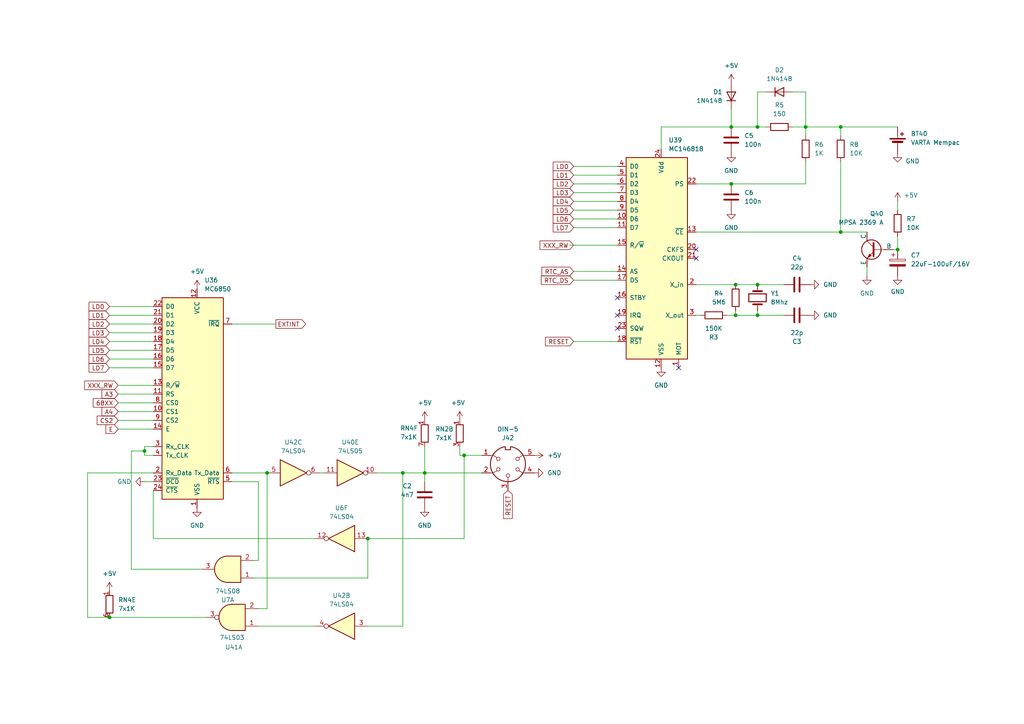
<source format=kicad_sch>
(kicad_sch (version 20250114) (generator "eeschema") (generator_version "9.0")
  (paper "A4")
  (title_block (title "CST Thor  - Clone/Upgrade for Sinclair QL") (date "2025-03-15") (rev "0,1") (company "(C) 2025 Alvaro Alea Fdz") (comment 1 "https://ohwr.org/cern_ohl_s_v2.txt") (comment 2 "CERN Open Hardware Licence Version 2 - Strongly Reciprocal") (comment 3 "Under License") (comment 4 "Keyboard and RTC Interfaces"))
  (lib_symbols
    (symbol "74xx:74LS03" (pin_names (offset 1.016))
      (property "Reference" "U" (at 0 1.27 0))
      (property "Value" "74LS03" (at 0 -1.27 0))
      (symbol "74LS03_1_1"
        (arc (start 0 3.81) (mid 3.7934 0) (end 0 -3.81) (stroke (width 0.254)) (fill (type background)))
        (polyline (pts (xy 0 3.81) (xy -3.81 3.81) (xy -3.81 -3.81) (xy 0 -3.81)) (stroke (width 0.254)) (fill (type background)))
        (pin input line (at -7.62 2.54 0) (length 3.81) (name "~") (number "1"))
        (pin input line (at -7.62 -2.54 0) (length 3.81) (name "~") (number "2"))
        (pin open_collector inverted (at 7.62 0 180) (length 3.81) (name "~") (number "3"))
      )
      (symbol "74LS03_1_2"
        (arc (start -3.81 3.81) (mid -2.589 0) (end -3.81 -3.81) (stroke (width 0.254)))
        (polyline (pts (xy -3.81 3.81) (xy -0.635 3.81)) (stroke (width 0.254)) (fill (type background)))
        (polyline (pts (xy -3.81 -3.81) (xy -0.635 -3.81)) (stroke (width 0.254)) (fill (type background)))
        (arc (start 3.81 0) (mid 2.1855 -2.584) (end -0.6096 -3.81) (stroke (width 0.254)) (fill (type background)))
        (arc (start -0.6096 3.81) (mid 2.1928 2.5924) (end 3.81 0) (stroke (width 0.254)) (fill (type background)))
        (polyline (pts (xy -0.635 3.81) (xy -3.81 3.81) (xy -3.81 3.81) (xy -3.556 3.4036) (xy -3.0226 2.2606) (xy -2.6924 1.0414) (xy -2.6162 -0.254) (xy -2.7686 -1.4986) (xy -3.175 -2.7178) (xy -3.81 -3.81) (xy -3.81 -3.81) (xy -0.635 -3.81)) (stroke (width -25.4)) (fill (type background)))
        (pin input inverted (at -7.62 2.54 0) (length 4.318) (name "~") (number "1"))
        (pin input inverted (at -7.62 -2.54 0) (length 4.318) (name "~") (number "2"))
        (pin open_collector line (at 7.62 0 180) (length 3.81) (name "~") (number "3"))
      )
      (symbol "74LS03_2_1"
        (arc (start 0 3.81) (mid 3.7934 0) (end 0 -3.81) (stroke (width 0.254)) (fill (type background)))
        (polyline (pts (xy 0 3.81) (xy -3.81 3.81) (xy -3.81 -3.81) (xy 0 -3.81)) (stroke (width 0.254)) (fill (type background)))
        (pin input line (at -7.62 2.54 0) (length 3.81) (name "~") (number "4"))
        (pin input line (at -7.62 -2.54 0) (length 3.81) (name "~") (number "5"))
        (pin open_collector inverted (at 7.62 0 180) (length 3.81) (name "~") (number "6"))
      )
      (symbol "74LS03_2_2"
        (arc (start -3.81 3.81) (mid -2.589 0) (end -3.81 -3.81) (stroke (width 0.254)))
        (polyline (pts (xy -3.81 3.81) (xy -0.635 3.81)) (stroke (width 0.254)) (fill (type background)))
        (polyline (pts (xy -3.81 -3.81) (xy -0.635 -3.81)) (stroke (width 0.254)) (fill (type background)))
        (arc (start 3.81 0) (mid 2.1855 -2.584) (end -0.6096 -3.81) (stroke (width 0.254)) (fill (type background)))
        (arc (start -0.6096 3.81) (mid 2.1928 2.5924) (end 3.81 0) (stroke (width 0.254)) (fill (type background)))
        (polyline (pts (xy -0.635 3.81) (xy -3.81 3.81) (xy -3.81 3.81) (xy -3.556 3.4036) (xy -3.0226 2.2606) (xy -2.6924 1.0414) (xy -2.6162 -0.254) (xy -2.7686 -1.4986) (xy -3.175 -2.7178) (xy -3.81 -3.81) (xy -3.81 -3.81) (xy -0.635 -3.81)) (stroke (width -25.4)) (fill (type background)))
        (pin input inverted (at -7.62 2.54 0) (length 4.318) (name "~") (number "4"))
        (pin input inverted (at -7.62 -2.54 0) (length 4.318) (name "~") (number "5"))
        (pin open_collector line (at 7.62 0 180) (length 3.81) (name "~") (number "6"))
      )
      (symbol "74LS03_3_1"
        (arc (start 0 3.81) (mid 3.7934 0) (end 0 -3.81) (stroke (width 0.254)) (fill (type background)))
        (polyline (pts (xy 0 3.81) (xy -3.81 3.81) (xy -3.81 -3.81) (xy 0 -3.81)) (stroke (width 0.254)) (fill (type background)))
        (pin input line (at -7.62 2.54 0) (length 3.81) (name "~") (number "9"))
        (pin input line (at -7.62 -2.54 0) (length 3.81) (name "~") (number "10"))
        (pin open_collector inverted (at 7.62 0 180) (length 3.81) (name "~") (number "8"))
      )
      (symbol "74LS03_3_2"
        (arc (start -3.81 3.81) (mid -2.589 0) (end -3.81 -3.81) (stroke (width 0.254)))
        (polyline (pts (xy -3.81 3.81) (xy -0.635 3.81)) (stroke (width 0.254)) (fill (type background)))
        (polyline (pts (xy -3.81 -3.81) (xy -0.635 -3.81)) (stroke (width 0.254)) (fill (type background)))
        (arc (start 3.81 0) (mid 2.1855 -2.584) (end -0.6096 -3.81) (stroke (width 0.254)) (fill (type background)))
        (arc (start -0.6096 3.81) (mid 2.1928 2.5924) (end 3.81 0) (stroke (width 0.254)) (fill (type background)))
        (polyline (pts (xy -0.635 3.81) (xy -3.81 3.81) (xy -3.81 3.81) (xy -3.556 3.4036) (xy -3.0226 2.2606) (xy -2.6924 1.0414) (xy -2.6162 -0.254) (xy -2.7686 -1.4986) (xy -3.175 -2.7178) (xy -3.81 -3.81) (xy -3.81 -3.81) (xy -0.635 -3.81)) (stroke (width -25.4)) (fill (type background)))
        (pin input inverted (at -7.62 2.54 0) (length 4.318) (name "~") (number "9"))
        (pin input inverted (at -7.62 -2.54 0) (length 4.318) (name "~") (number "10"))
        (pin open_collector line (at 7.62 0 180) (length 3.81) (name "~") (number "8"))
      )
      (symbol "74LS03_4_1"
        (arc (start 0 3.81) (mid 3.7934 0) (end 0 -3.81) (stroke (width 0.254)) (fill (type background)))
        (polyline (pts (xy 0 3.81) (xy -3.81 3.81) (xy -3.81 -3.81) (xy 0 -3.81)) (stroke (width 0.254)) (fill (type background)))
        (pin input line (at -7.62 2.54 0) (length 3.81) (name "~") (number "12"))
        (pin input line (at -7.62 -2.54 0) (length 3.81) (name "~") (number "13"))
        (pin open_collector inverted (at 7.62 0 180) (length 3.81) (name "~") (number "11"))
      )
      (symbol "74LS03_4_2"
        (arc (start -3.81 3.81) (mid -2.589 0) (end -3.81 -3.81) (stroke (width 0.254)))
        (polyline (pts (xy -3.81 3.81) (xy -0.635 3.81)) (stroke (width 0.254)) (fill (type background)))
        (polyline (pts (xy -3.81 -3.81) (xy -0.635 -3.81)) (stroke (width 0.254)) (fill (type background)))
        (arc (start 3.81 0) (mid 2.1855 -2.584) (end -0.6096 -3.81) (stroke (width 0.254)) (fill (type background)))
        (arc (start -0.6096 3.81) (mid 2.1928 2.5924) (end 3.81 0) (stroke (width 0.254)) (fill (type background)))
        (polyline (pts (xy -0.635 3.81) (xy -3.81 3.81) (xy -3.81 3.81) (xy -3.556 3.4036) (xy -3.0226 2.2606) (xy -2.6924 1.0414) (xy -2.6162 -0.254) (xy -2.7686 -1.4986) (xy -3.175 -2.7178) (xy -3.81 -3.81) (xy -3.81 -3.81) (xy -0.635 -3.81)) (stroke (width -25.4)) (fill (type background)))
        (pin input inverted (at -7.62 2.54 0) (length 4.318) (name "~") (number "12"))
        (pin input inverted (at -7.62 -2.54 0) (length 4.318) (name "~") (number "13"))
        (pin open_collector line (at 7.62 0 180) (length 3.81) (name "~") (number "11"))
      )
      (symbol "74LS03_5_0"
        (pin power_in line (at 0 12.7 270) (length 5.08) (name "VCC") (number "14"))
        (pin power_in line (at 0 -12.7 90) (length 5.08) (name "GND") (number "7"))
      )
      (symbol "74LS03_5_1"
        (rectangle (start -5.08 7.62) (end 5.08 -7.62) (stroke (width 0.254)) (fill (type background)))
      )
    )
    (symbol "74xx:74LS04"
      (property "Reference" "U" (at 0 1.27 0))
      (property "Value" "74LS04" (at 0 -1.27 0))
      (symbol "74LS04_1_0"
        (polyline (pts (xy -3.81 3.81) (xy -3.81 -3.81) (xy 3.81 0) (xy -3.81 3.81)) (stroke (width 0.254)) (fill (type background)))
        (pin input line (at -7.62 0 0) (length 3.81) (name "~") (number "1"))
        (pin output inverted (at 7.62 0 180) (length 3.81) (name "~") (number "2"))
      )
      (symbol "74LS04_2_0"
        (polyline (pts (xy -3.81 3.81) (xy -3.81 -3.81) (xy 3.81 0) (xy -3.81 3.81)) (stroke (width 0.254)) (fill (type background)))
        (pin input line (at -7.62 0 0) (length 3.81) (name "~") (number "3"))
        (pin output inverted (at 7.62 0 180) (length 3.81) (name "~") (number "4"))
      )
      (symbol "74LS04_3_0"
        (polyline (pts (xy -3.81 3.81) (xy -3.81 -3.81) (xy 3.81 0) (xy -3.81 3.81)) (stroke (width 0.254)) (fill (type background)))
        (pin input line (at -7.62 0 0) (length 3.81) (name "~") (number "5"))
        (pin output inverted (at 7.62 0 180) (length 3.81) (name "~") (number "6"))
      )
      (symbol "74LS04_4_0"
        (polyline (pts (xy -3.81 3.81) (xy -3.81 -3.81) (xy 3.81 0) (xy -3.81 3.81)) (stroke (width 0.254)) (fill (type background)))
        (pin input line (at -7.62 0 0) (length 3.81) (name "~") (number "9"))
        (pin output inverted (at 7.62 0 180) (length 3.81) (name "~") (number "8"))
      )
      (symbol "74LS04_5_0"
        (polyline (pts (xy -3.81 3.81) (xy -3.81 -3.81) (xy 3.81 0) (xy -3.81 3.81)) (stroke (width 0.254)) (fill (type background)))
        (pin input line (at -7.62 0 0) (length 3.81) (name "~") (number "11"))
        (pin output inverted (at 7.62 0 180) (length 3.81) (name "~") (number "10"))
      )
      (symbol "74LS04_6_0"
        (polyline (pts (xy -3.81 3.81) (xy -3.81 -3.81) (xy 3.81 0) (xy -3.81 3.81)) (stroke (width 0.254)) (fill (type background)))
        (pin input line (at -7.62 0 0) (length 3.81) (name "~") (number "13"))
        (pin output inverted (at 7.62 0 180) (length 3.81) (name "~") (number "12"))
      )
      (symbol "74LS04_7_0"
        (pin power_in line (at 0 12.7 270) (length 5.08) (name "VCC") (number "14"))
        (pin power_in line (at 0 -12.7 90) (length 5.08) (name "GND") (number "7"))
      )
      (symbol "74LS04_7_1"
        (rectangle (start -5.08 7.62) (end 5.08 -7.62) (stroke (width 0.254)) (fill (type background)))
      )
    )
    (symbol "74xx:74LS05" (pin_names (offset 1.016))
      (property "Reference" "U" (at 0 1.27 0))
      (property "Value" "74LS05" (at 0 -1.27 0))
      (symbol "74LS05_1_0"
        (polyline (pts (xy -3.81 3.81) (xy -3.81 -3.81) (xy 3.81 0) (xy -3.81 3.81)) (stroke (width 0.254)) (fill (type background)))
        (pin input line (at -7.62 0 0) (length 3.81) (name "~") (number "1"))
        (pin open_collector inverted (at 7.62 0 180) (length 3.81) (name "~") (number "2"))
      )
      (symbol "74LS05_2_0"
        (polyline (pts (xy -3.81 3.81) (xy -3.81 -3.81) (xy 3.81 0) (xy -3.81 3.81)) (stroke (width 0.254)) (fill (type background)))
        (pin input line (at -7.62 0 0) (length 3.81) (name "~") (number "3"))
        (pin open_collector inverted (at 7.62 0 180) (length 3.81) (name "~") (number "4"))
      )
      (symbol "74LS05_3_0"
        (polyline (pts (xy -3.81 3.81) (xy -3.81 -3.81) (xy 3.81 0) (xy -3.81 3.81)) (stroke (width 0.254)) (fill (type background)))
        (pin input line (at -7.62 0 0) (length 3.81) (name "~") (number "5"))
        (pin open_collector inverted (at 7.62 0 180) (length 3.81) (name "~") (number "6"))
      )
      (symbol "74LS05_4_0"
        (polyline (pts (xy -3.81 3.81) (xy -3.81 -3.81) (xy 3.81 0) (xy -3.81 3.81)) (stroke (width 0.254)) (fill (type background)))
        (pin input line (at -7.62 0 0) (length 3.81) (name "~") (number "9"))
        (pin open_collector inverted (at 7.62 0 180) (length 3.81) (name "~") (number "8"))
      )
      (symbol "74LS05_5_0"
        (polyline (pts (xy -3.81 3.81) (xy -3.81 -3.81) (xy 3.81 0) (xy -3.81 3.81)) (stroke (width 0.254)) (fill (type background)))
        (pin input line (at -7.62 0 0) (length 3.81) (name "~") (number "11"))
        (pin open_collector inverted (at 7.62 0 180) (length 3.81) (name "~") (number "10"))
      )
      (symbol "74LS05_6_0"
        (polyline (pts (xy -3.81 3.81) (xy -3.81 -3.81) (xy 3.81 0) (xy -3.81 3.81)) (stroke (width 0.254)) (fill (type background)))
        (pin input line (at -7.62 0 0) (length 3.81) (name "~") (number "13"))
        (pin open_collector inverted (at 7.62 0 180) (length 3.81) (name "~") (number "12"))
      )
      (symbol "74LS05_7_0"
        (pin power_in line (at 0 12.7 270) (length 5.08) (name "VCC") (number "14"))
        (pin power_in line (at 0 -12.7 90) (length 5.08) (name "GND") (number "7"))
      )
      (symbol "74LS05_7_1"
        (rectangle (start -5.08 7.62) (end 5.08 -7.62) (stroke (width 0.254)) (fill (type background)))
      )
    )
    (symbol "74xx:74LS08" (pin_names (offset 1.016))
      (property "Reference" "U" (at 0 1.27 0))
      (property "Value" "74LS08" (at 0 -1.27 0))
      (symbol "74LS08_1_1"
        (arc (start 0 3.81) (mid 3.7934 0) (end 0 -3.81) (stroke (width 0.254)) (fill (type background)))
        (polyline (pts (xy 0 3.81) (xy -3.81 3.81) (xy -3.81 -3.81) (xy 0 -3.81)) (stroke (width 0.254)) (fill (type background)))
        (pin input line (at -7.62 2.54 0) (length 3.81) (name "~") (number "1"))
        (pin input line (at -7.62 -2.54 0) (length 3.81) (name "~") (number "2"))
        (pin output line (at 7.62 0 180) (length 3.81) (name "~") (number "3"))
      )
      (symbol "74LS08_1_2"
        (arc (start -3.81 3.81) (mid -2.589 0) (end -3.81 -3.81) (stroke (width 0.254)))
        (polyline (pts (xy -3.81 3.81) (xy -0.635 3.81)) (stroke (width 0.254)) (fill (type background)))
        (polyline (pts (xy -3.81 -3.81) (xy -0.635 -3.81)) (stroke (width 0.254)) (fill (type background)))
        (arc (start 3.81 0) (mid 2.1855 -2.584) (end -0.6096 -3.81) (stroke (width 0.254)) (fill (type background)))
        (arc (start -0.6096 3.81) (mid 2.1928 2.5924) (end 3.81 0) (stroke (width 0.254)) (fill (type background)))
        (polyline (pts (xy -0.635 3.81) (xy -3.81 3.81) (xy -3.81 3.81) (xy -3.556 3.4036) (xy -3.0226 2.2606) (xy -2.6924 1.0414) (xy -2.6162 -0.254) (xy -2.7686 -1.4986) (xy -3.175 -2.7178) (xy -3.81 -3.81) (xy -3.81 -3.81) (xy -0.635 -3.81)) (stroke (width -25.4)) (fill (type background)))
        (pin input inverted (at -7.62 2.54 0) (length 4.318) (name "~") (number "1"))
        (pin input inverted (at -7.62 -2.54 0) (length 4.318) (name "~") (number "2"))
        (pin output inverted (at 7.62 0 180) (length 3.81) (name "~") (number "3"))
      )
      (symbol "74LS08_2_1"
        (arc (start 0 3.81) (mid 3.7934 0) (end 0 -3.81) (stroke (width 0.254)) (fill (type background)))
        (polyline (pts (xy 0 3.81) (xy -3.81 3.81) (xy -3.81 -3.81) (xy 0 -3.81)) (stroke (width 0.254)) (fill (type background)))
        (pin input line (at -7.62 2.54 0) (length 3.81) (name "~") (number "4"))
        (pin input line (at -7.62 -2.54 0) (length 3.81) (name "~") (number "5"))
        (pin output line (at 7.62 0 180) (length 3.81) (name "~") (number "6"))
      )
      (symbol "74LS08_2_2"
        (arc (start -3.81 3.81) (mid -2.589 0) (end -3.81 -3.81) (stroke (width 0.254)))
        (polyline (pts (xy -3.81 3.81) (xy -0.635 3.81)) (stroke (width 0.254)) (fill (type background)))
        (polyline (pts (xy -3.81 -3.81) (xy -0.635 -3.81)) (stroke (width 0.254)) (fill (type background)))
        (arc (start 3.81 0) (mid 2.1855 -2.584) (end -0.6096 -3.81) (stroke (width 0.254)) (fill (type background)))
        (arc (start -0.6096 3.81) (mid 2.1928 2.5924) (end 3.81 0) (stroke (width 0.254)) (fill (type background)))
        (polyline (pts (xy -0.635 3.81) (xy -3.81 3.81) (xy -3.81 3.81) (xy -3.556 3.4036) (xy -3.0226 2.2606) (xy -2.6924 1.0414) (xy -2.6162 -0.254) (xy -2.7686 -1.4986) (xy -3.175 -2.7178) (xy -3.81 -3.81) (xy -3.81 -3.81) (xy -0.635 -3.81)) (stroke (width -25.4)) (fill (type background)))
        (pin input inverted (at -7.62 2.54 0) (length 4.318) (name "~") (number "4"))
        (pin input inverted (at -7.62 -2.54 0) (length 4.318) (name "~") (number "5"))
        (pin output inverted (at 7.62 0 180) (length 3.81) (name "~") (number "6"))
      )
      (symbol "74LS08_3_1"
        (arc (start 0 3.81) (mid 3.7934 0) (end 0 -3.81) (stroke (width 0.254)) (fill (type background)))
        (polyline (pts (xy 0 3.81) (xy -3.81 3.81) (xy -3.81 -3.81) (xy 0 -3.81)) (stroke (width 0.254)) (fill (type background)))
        (pin input line (at -7.62 2.54 0) (length 3.81) (name "~") (number "9"))
        (pin input line (at -7.62 -2.54 0) (length 3.81) (name "~") (number "10"))
        (pin output line (at 7.62 0 180) (length 3.81) (name "~") (number "8"))
      )
      (symbol "74LS08_3_2"
        (arc (start -3.81 3.81) (mid -2.589 0) (end -3.81 -3.81) (stroke (width 0.254)))
        (polyline (pts (xy -3.81 3.81) (xy -0.635 3.81)) (stroke (width 0.254)) (fill (type background)))
        (polyline (pts (xy -3.81 -3.81) (xy -0.635 -3.81)) (stroke (width 0.254)) (fill (type background)))
        (arc (start 3.81 0) (mid 2.1855 -2.584) (end -0.6096 -3.81) (stroke (width 0.254)) (fill (type background)))
        (arc (start -0.6096 3.81) (mid 2.1928 2.5924) (end 3.81 0) (stroke (width 0.254)) (fill (type background)))
        (polyline (pts (xy -0.635 3.81) (xy -3.81 3.81) (xy -3.81 3.81) (xy -3.556 3.4036) (xy -3.0226 2.2606) (xy -2.6924 1.0414) (xy -2.6162 -0.254) (xy -2.7686 -1.4986) (xy -3.175 -2.7178) (xy -3.81 -3.81) (xy -3.81 -3.81) (xy -0.635 -3.81)) (stroke (width -25.4)) (fill (type background)))
        (pin input inverted (at -7.62 2.54 0) (length 4.318) (name "~") (number "9"))
        (pin input inverted (at -7.62 -2.54 0) (length 4.318) (name "~") (number "10"))
        (pin output inverted (at 7.62 0 180) (length 3.81) (name "~") (number "8"))
      )
      (symbol "74LS08_4_1"
        (arc (start 0 3.81) (mid 3.7934 0) (end 0 -3.81) (stroke (width 0.254)) (fill (type background)))
        (polyline (pts (xy 0 3.81) (xy -3.81 3.81) (xy -3.81 -3.81) (xy 0 -3.81)) (stroke (width 0.254)) (fill (type background)))
        (pin input line (at -7.62 2.54 0) (length 3.81) (name "~") (number "12"))
        (pin input line (at -7.62 -2.54 0) (length 3.81) (name "~") (number "13"))
        (pin output line (at 7.62 0 180) (length 3.81) (name "~") (number "11"))
      )
      (symbol "74LS08_4_2"
        (arc (start -3.81 3.81) (mid -2.589 0) (end -3.81 -3.81) (stroke (width 0.254)))
        (polyline (pts (xy -3.81 3.81) (xy -0.635 3.81)) (stroke (width 0.254)) (fill (type background)))
        (polyline (pts (xy -3.81 -3.81) (xy -0.635 -3.81)) (stroke (width 0.254)) (fill (type background)))
        (arc (start 3.81 0) (mid 2.1855 -2.584) (end -0.6096 -3.81) (stroke (width 0.254)) (fill (type background)))
        (arc (start -0.6096 3.81) (mid 2.1928 2.5924) (end 3.81 0) (stroke (width 0.254)) (fill (type background)))
        (polyline (pts (xy -0.635 3.81) (xy -3.81 3.81) (xy -3.81 3.81) (xy -3.556 3.4036) (xy -3.0226 2.2606) (xy -2.6924 1.0414) (xy -2.6162 -0.254) (xy -2.7686 -1.4986) (xy -3.175 -2.7178) (xy -3.81 -3.81) (xy -3.81 -3.81) (xy -0.635 -3.81)) (stroke (width -25.4)) (fill (type background)))
        (pin input inverted (at -7.62 2.54 0) (length 4.318) (name "~") (number "12"))
        (pin input inverted (at -7.62 -2.54 0) (length 4.318) (name "~") (number "13"))
        (pin output inverted (at 7.62 0 180) (length 3.81) (name "~") (number "11"))
      )
      (symbol "74LS08_5_0"
        (pin power_in line (at 0 12.7 270) (length 5.08) (name "VCC") (number "14"))
        (pin power_in line (at 0 -12.7 90) (length 5.08) (name "GND") (number "7"))
      )
      (symbol "74LS08_5_1"
        (rectangle (start -5.08 7.62) (end 5.08 -7.62) (stroke (width 0.254)) (fill (type background)))
      )
    )
    (symbol "8bits:MC146818" (pin_names (offset 1.016))
      (property "Reference" "U39" (at 2.1433 35.56 0))
      (property "Value" "MC146818" (at 2.1433 33.02 0))
      (symbol "MC146818_1_1"
        (rectangle (start -10.16 30.48) (end 7.62 -27.94) (stroke (width 0.254)) (fill (type background)))
        (pin bidirectional line (at -12.7 27.94 0) (length 2.54) (name "D0") (number "4"))
        (pin bidirectional line (at -12.7 25.4 0) (length 2.54) (name "D1") (number "5"))
        (pin bidirectional line (at -12.7 22.86 0) (length 2.54) (name "D2") (number "6"))
        (pin bidirectional line (at -12.7 20.32 0) (length 2.54) (name "D3") (number "7"))
        (pin bidirectional line (at -12.7 17.78 0) (length 2.54) (name "D4") (number "8"))
        (pin bidirectional line (at -12.7 15.24 0) (length 2.54) (name "D5") (number "9"))
        (pin bidirectional line (at -12.7 12.7 0) (length 2.54) (name "D6") (number "10"))
        (pin bidirectional line (at -12.7 10.16 0) (length 2.54) (name "D7") (number "11"))
        (pin input line (at -12.7 5.08 0) (length 2.54) (name "R/~{W}") (number "15"))
        (pin input line (at -12.7 -2.54 0) (length 2.54) (name "AS") (number "14"))
        (pin input line (at -12.7 -5.08 0) (length 2.54) (name "DS") (number "17"))
        (pin input line (at -12.7 -10.16 0) (length 2.54) (name "STBY") (number "16"))
        (pin output line (at -12.7 -15.24 0) (length 2.54) (name "IRQ") (number "19"))
        (pin output line (at -12.7 -19.05 0) (length 2.54) (name "SQW") (number "23"))
        (pin input line (at -12.7 -22.86 0) (length 2.54) (name "~{RST}") (number "18"))
        (pin power_in line (at 0 33.02 270) (length 2.54) (name "Vdd") (number "24"))
        (pin power_in line (at 0 -30.48 90) (length 2.54) (name "VSS") (number "12"))
        (pin input line (at 5.08 -30.48 90) (length 2.54) (name "MOT") (number "1"))
        (pin passive line (at 10.16 22.86 180) (length 2.54) (name "PS") (number "22"))
        (pin input line (at 10.16 8.89 180) (length 2.54) (name "~{CE}") (number "13"))
        (pin input line (at 10.16 3.81 180) (length 2.54) (name "CKFS") (number "20"))
        (pin output line (at 10.16 1.27 180) (length 2.54) (name "CKOUT") (number "21"))
        (pin passive line (at 10.16 -6.35 180) (length 2.54) (name "X_in") (number "2"))
        (pin passive line (at 10.16 -15.24 180) (length 2.54) (name "X_out") (number "3"))
      )
    )
    (symbol "Connector:DIN-5" (pin_names (offset 1.016))
      (property "Reference" "J" (at 3.175 5.715 0))
      (property "Value" "DIN-5" (at 0 -6.35 0))
      (symbol "DIN-5_0_1"
        (polyline (pts (xy -5.08 2.54) (xy -4.318 2.54) (xy -3.175 1.905)))
        (polyline (pts (xy -5.08 -2.54) (xy -4.318 -2.54) (xy -3.175 -1.905)))
        (circle (center -2.794 1.524) (radius 0.508))
        (circle (center -2.794 -1.524) (radius 0.508))
        (polyline (pts (xy -0.762 -4.953) (xy -0.762 -4.191) (xy 0.762 -4.191) (xy 0.762 -4.953)) (stroke (width 0.254)))
        (arc (start 5.08 0) (mid 3.8673 -3.3444) (end 0.762 -5.08) (stroke (width 0.254)))
        (polyline (pts (xy 0 5.08) (xy 0 3.81)))
        (circle (center 0 3.302) (radius 0.508))
        (arc (start -5.08 0) (mid 0 5.0579) (end 5.08 0) (stroke (width 0.254)))
        (arc (start -0.762 -5.08) (mid -3.8597 -3.3379) (end -5.08 0) (stroke (width 0.254)))
        (circle (center 2.794 1.524) (radius 0.508))
        (circle (center 2.794 -1.524) (radius 0.508))
        (polyline (pts (xy 5.08 2.54) (xy 4.318 2.54) (xy 3.175 1.905)))
        (polyline (pts (xy 5.08 -2.54) (xy 4.318 -2.54) (xy 3.175 -1.905)))
      )
      (symbol "DIN-5_1_1"
        (pin passive line (at -7.62 2.54 0) (length 2.54) (name "~") (number "2"))
        (pin passive line (at -7.62 -2.54 0) (length 2.54) (name "~") (number "1"))
        (pin passive line (at 0 7.62 270) (length 2.54) (name "~") (number "3"))
        (pin passive line (at 7.62 2.54 180) (length 2.54) (name "~") (number "4"))
        (pin passive line (at 7.62 -2.54 180) (length 2.54) (name "~") (number "5"))
      )
    )
    (symbol "Device:Battery_Cell" (pin_numbers (hide yes)) (pin_names (offset 0) (hide yes))
      (property "Reference" "BT" (at 2.54 2.54 0))
      (property "Value" "Battery_Cell" (at 2.54 0 0))
      (symbol "Battery_Cell_0_1"
        (rectangle (start -2.286 1.778) (end 2.286 1.524) (fill (type outline)))
        (rectangle (start -1.524 1.016) (end 1.524 0.508) (fill (type outline)))
        (polyline (pts (xy 0 1.778) (xy 0 2.54)))
        (polyline (pts (xy 0 0.762) (xy 0 0)))
        (polyline (pts (xy 0.762 3.048) (xy 1.778 3.048)) (stroke (width 0.254)))
        (polyline (pts (xy 1.27 3.556) (xy 1.27 2.54)) (stroke (width 0.254)))
      )
      (symbol "Battery_Cell_1_1"
        (pin passive line (at 0 5.08 270) (length 2.54) (name "+") (number "1"))
        (pin passive line (at 0 -2.54 90) (length 2.54) (name "-") (number "2"))
      )
    )
    (symbol "Device:C" (pin_numbers (hide yes)) (pin_names (offset 0.254))
      (property "Reference" "C" (at 0.635 2.54 0))
      (property "Value" "C" (at 0.635 -2.54 0))
      (symbol "C_0_1"
        (polyline (pts (xy -2.032 0.762) (xy 2.032 0.762)) (stroke (width 0.508)))
        (polyline (pts (xy -2.032 -0.762) (xy 2.032 -0.762)) (stroke (width 0.508)))
      )
      (symbol "C_1_1"
        (pin passive line (at 0 3.81 270) (length 2.794) (name "~") (number "1"))
        (pin passive line (at 0 -3.81 90) (length 2.794) (name "~") (number "2"))
      )
    )
    (symbol "Device:C_Polarized" (pin_numbers (hide yes)) (pin_names (offset 0.254))
      (property "Reference" "C" (at 0.635 2.54 0))
      (property "Value" "C_Polarized" (at 0.635 -2.54 0))
      (symbol "C_Polarized_0_1"
        (rectangle (start -2.286 0.508) (end 2.286 1.016))
        (polyline (pts (xy -1.778 2.286) (xy -0.762 2.286)))
        (polyline (pts (xy -1.27 2.794) (xy -1.27 1.778)))
        (rectangle (start 2.286 -0.508) (end -2.286 -1.016) (fill (type outline)))
      )
      (symbol "C_Polarized_1_1"
        (pin passive line (at 0 3.81 270) (length 2.794) (name "~") (number "1"))
        (pin passive line (at 0 -3.81 90) (length 2.794) (name "~") (number "2"))
      )
    )
    (symbol "Device:Crystal" (pin_numbers (hide yes)) (pin_names (offset 1.016) (hide yes))
      (property "Reference" "Y" (at 0 3.81 0))
      (property "Value" "Crystal" (at 0 -3.81 0))
      (symbol "Crystal_0_1"
        (polyline (pts (xy -2.54 0) (xy -1.905 0)))
        (polyline (pts (xy -1.905 -1.27) (xy -1.905 1.27)) (stroke (width 0.508)))
        (rectangle (start -1.143 2.54) (end 1.143 -2.54) (stroke (width 0.3048)))
        (polyline (pts (xy 1.905 -1.27) (xy 1.905 1.27)) (stroke (width 0.508)))
        (polyline (pts (xy 2.54 0) (xy 1.905 0)))
      )
      (symbol "Crystal_1_1"
        (pin passive line (at -3.81 0 0) (length 1.27) (name "1") (number "1"))
        (pin passive line (at 3.81 0 180) (length 1.27) (name "2") (number "2"))
      )
    )
    (symbol "Device:D" (pin_numbers (hide yes)) (pin_names (offset 1.016) (hide yes))
      (property "Reference" "D" (at 0 2.54 0))
      (property "Value" "D" (at 0 -2.54 0))
      (symbol "D_0_1"
        (polyline (pts (xy -1.27 1.27) (xy -1.27 -1.27)) (stroke (width 0.254)))
        (polyline (pts (xy 1.27 1.27) (xy 1.27 -1.27) (xy -1.27 0) (xy 1.27 1.27)) (stroke (width 0.254)))
        (polyline (pts (xy 1.27 0) (xy -1.27 0)))
      )
      (symbol "D_1_1"
        (pin passive line (at -3.81 0 0) (length 2.54) (name "K") (number "1"))
        (pin passive line (at 3.81 0 180) (length 2.54) (name "A") (number "2"))
      )
    )
    (symbol "Device:R" (pin_numbers (hide yes)) (pin_names (offset 0))
      (property "Reference" "R" (at 2.032 0 90))
      (property "Value" "R" (at 0 0 90))
      (symbol "R_0_1"
        (rectangle (start -1.016 -2.54) (end 1.016 2.54) (stroke (width 0.254)))
      )
      (symbol "R_1_1"
        (pin passive line (at 0 3.81 270) (length 1.27) (name "~") (number "1"))
        (pin passive line (at 0 -3.81 90) (length 1.27) (name "~") (number "2"))
      )
    )
    (symbol "Device:R_Network07_Split" (pin_names (offset 0) (hide yes))
      (property "Reference" "RN" (at 2.032 0 90))
      (property "Value" "R_Network07_Split" (at 0 0 90))
      (symbol "R_Network07_Split_0_1"
        (rectangle (start 1.016 2.54) (end -1.016 -2.54) (stroke (width 0.254)))
        (pin passive line (at 0 3.81 270) (length 1.27) (name "R1") (number "1"))
      )
      (symbol "R_Network07_Split_1_1"
        (pin passive line (at 0 -3.81 90) (length 1.27) (name "R1.2") (number "2"))
      )
      (symbol "R_Network07_Split_2_1"
        (pin passive line (at 0 -3.81 90) (length 1.27) (name "R2.2") (number "3"))
      )
      (symbol "R_Network07_Split_3_1"
        (pin passive line (at 0 -3.81 90) (length 1.27) (name "R3.2") (number "4"))
      )
      (symbol "R_Network07_Split_4_1"
        (pin passive line (at 0 -3.81 90) (length 1.27) (name "R4.2") (number "5"))
      )
      (symbol "R_Network07_Split_5_1"
        (pin passive line (at 0 -3.81 90) (length 1.27) (name "R5.2") (number "6"))
      )
      (symbol "R_Network07_Split_6_1"
        (pin passive line (at 0 -3.81 90) (length 1.27) (name "R6.2") (number "7"))
      )
      (symbol "R_Network07_Split_7_1"
        (pin passive line (at 0 -3.81 90) (length 1.27) (name "R7.2") (number "8"))
      )
    )
    (symbol "Interface_UART:MC6850" (pin_names (offset 1.016))
      (property "Reference" "U" (at -7.366 31.75 0))
      (property "Value" "MC6850" (at 10.414 31.75 0))
      (symbol "MC6850_1_1"
        (rectangle (start -10.16 -27.94) (end 7.62 30.48) (stroke (width 0.254)) (fill (type background)))
        (pin bidirectional line (at -12.7 27.94 0) (length 2.54) (name "D0") (number "22"))
        (pin bidirectional line (at -12.7 25.4 0) (length 2.54) (name "D1") (number "21"))
        (pin bidirectional line (at -12.7 22.86 0) (length 2.54) (name "D2") (number "20"))
        (pin bidirectional line (at -12.7 20.32 0) (length 2.54) (name "D3") (number "19"))
        (pin bidirectional line (at -12.7 17.78 0) (length 2.54) (name "D4") (number "18"))
        (pin bidirectional line (at -12.7 15.24 0) (length 2.54) (name "D5") (number "17"))
        (pin bidirectional line (at -12.7 12.7 0) (length 2.54) (name "D6") (number "16"))
        (pin bidirectional line (at -12.7 10.16 0) (length 2.54) (name "D7") (number "15"))
        (pin input line (at -12.7 5.08 0) (length 2.54) (name "R/~{W}") (number "13"))
        (pin input line (at -12.7 2.54 0) (length 2.54) (name "RS") (number "11"))
        (pin input line (at -12.7 0 0) (length 2.54) (name "CS0") (number "8"))
        (pin input line (at -12.7 -2.54 0) (length 2.54) (name "CS1") (number "10"))
        (pin input line (at -12.7 -5.08 0) (length 2.54) (name "CS2") (number "9"))
        (pin input line (at -12.7 -7.62 0) (length 2.54) (name "E") (number "14"))
        (pin input line (at -12.7 -12.7 0) (length 2.54) (name "Rx_CLK") (number "3"))
        (pin input line (at -12.7 -15.24 0) (length 2.54) (name "Tx_CLK") (number "4"))
        (pin input line (at -12.7 -20.32 0) (length 2.54) (name "Rx_Data") (number "2"))
        (pin input line (at -12.7 -22.86 0) (length 2.54) (name "~{DCD}") (number "23"))
        (pin input line (at -12.7 -25.4 0) (length 2.54) (name "~{CTS}") (number "24"))
        (pin power_in line (at 0 33.02 270) (length 2.54) (name "VCC") (number "12"))
        (pin power_in line (at 0 -30.48 90) (length 2.54) (name "VSS") (number "1"))
        (pin output line (at 10.16 22.86 180) (length 2.54) (name "~{IRQ}") (number "7"))
        (pin output line (at 10.16 -20.32 180) (length 2.54) (name "Tx_Data") (number "6"))
        (pin output line (at 10.16 -22.86 180) (length 2.54) (name "~{RTS}") (number "5"))
      )
    )
    (symbol "Simulation_SPICE:NPN" (pin_numbers (hide yes)) (pin_names (offset 0))
      (property "Reference" "Q" (at -2.54 7.62 0))
      (property "Value" "NPN" (at -2.54 5.08 0))
      (symbol "NPN_0_1"
        (polyline (pts (xy -2.54 0) (xy 0.635 0)) (stroke (width 0.1524)))
        (polyline (pts (xy 0.635 1.905) (xy 0.635 -1.905) (xy 0.635 -1.905)) (stroke (width 0.508)))
        (polyline (pts (xy 0.635 0.635) (xy 2.54 2.54)))
        (polyline (pts (xy 0.635 -0.635) (xy 2.54 -2.54) (xy 2.54 -2.54)))
        (circle (center 1.27 0) (radius 2.8194) (stroke (width 0.254)))
        (polyline (pts (xy 1.27 -1.778) (xy 1.778 -1.27) (xy 2.286 -2.286) (xy 1.27 -1.778) (xy 1.27 -1.778)) (fill (type outline)))
        (polyline (pts (xy 2.794 -1.27) (xy 2.794 -1.27)) (stroke (width 0.1524)))
        (polyline (pts (xy 2.794 -1.27) (xy 2.794 -1.27)) (stroke (width 0.1524)))
      )
      (symbol "NPN_1_1"
        (pin input line (at -5.08 0 0) (length 2.54) (name "B") (number "2"))
        (pin open_collector line (at 2.54 5.08 270) (length 2.54) (name "C") (number "1"))
        (pin open_emitter line (at 2.54 -5.08 90) (length 2.54) (name "E") (number "3"))
      )
    )
    (symbol "power:+5V" (power) (pin_numbers (hide yes)) (pin_names (offset 0) (hide yes))
      (property "Value" "+5V" (at 0 3.556 0))
      (symbol "+5V_0_1"
        (polyline (pts (xy -0.762 1.27) (xy 0 2.54)))
        (polyline (pts (xy 0 2.54) (xy 0.762 1.27)))
        (polyline (pts (xy 0 0) (xy 0 2.54)))
      )
      (symbol "+5V_1_1"
        (pin power_in line (at 0 0 90) (length 0) (name "~") (number "1"))
      )
    )
    (symbol "power:GND" (power) (pin_numbers (hide yes)) (pin_names (offset 0) (hide yes))
      (property "Value" "GND" (at 0 -3.81 0))
      (symbol "GND_0_1"
        (polyline (pts (xy 0 0) (xy 0 -1.27) (xy 1.27 -1.27) (xy 0 -2.54) (xy -1.27 -1.27) (xy 0 -1.27)))
      )
      (symbol "GND_1_1"
        (pin power_in line (at 0 0 270) (length 0) (name "~") (number "1"))
      )
    )
  )
  (junction (at 213.36 91.44))
  (junction (at 219.71 36.83))
  (junction (at 106.68 156.21))
  (junction (at 134.62 132.08))
  (junction (at 260.35 72.39))
  (junction (at 123.19 137.16))
  (junction (at 116.84 137.16))
  (junction (at 212.09 36.83))
  (junction (at 243.84 36.83))
  (junction (at 219.71 82.55))
  (junction (at 243.84 67.31))
  (junction (at 31.75 179.07))
  (junction (at 77.47 137.16))
  (junction (at 219.71 91.44))
  (junction (at 212.09 53.34))
  (junction (at 213.36 82.55))
  (junction (at 233.68 36.83))
  (junction (at 41.91 130.81))
  (no_connect (at 201.93 72.39))
  (no_connect (at 179.07 95.25))
  (no_connect (at 179.07 91.44))
  (no_connect (at 179.07 86.36))
  (no_connect (at 201.93 74.93))
  (no_connect (at 196.85 106.68))
  (wire (pts (xy 251.46 80.01) (xy 251.46 77.47)))
  (wire (pts (xy 260.35 68.58) (xy 260.35 72.39)))
  (wire (pts (xy 133.35 129.54) (xy 133.35 132.08)))
  (wire (pts (xy 74.93 162.56) (xy 74.93 139.7)))
  (wire (pts (xy 165.1 71.12) (xy 179.07 71.12)))
  (wire (pts (xy 25.4 179.07) (xy 25.4 137.16)))
  (wire (pts (xy 243.84 36.83) (xy 260.35 36.83)))
  (wire (pts (xy 73.66 162.56) (xy 74.93 162.56)))
  (wire (pts (xy 219.71 91.44) (xy 227.33 91.44)))
  (wire (pts (xy 41.91 139.7) (xy 44.45 139.7)))
  (wire (pts (xy 34.29 119.38) (xy 44.45 119.38)))
  (wire (pts (xy 213.36 82.55) (xy 219.71 82.55)))
  (wire (pts (xy 233.68 36.83) (xy 243.84 36.83)))
  (wire (pts (xy 133.35 132.08) (xy 134.62 132.08)))
  (wire (pts (xy 179.07 53.34) (xy 166.37 53.34)))
  (wire (pts (xy 34.29 121.92) (xy 44.45 121.92)))
  (wire (pts (xy 92.71 137.16) (xy 93.98 137.16)))
  (wire (pts (xy 77.47 176.53) (xy 74.93 176.53)))
  (wire (pts (xy 179.07 60.96) (xy 166.37 60.96)))
  (wire (pts (xy 44.45 129.54) (xy 41.91 129.54)))
  (wire (pts (xy 191.77 43.18) (xy 191.77 36.83)))
  (wire (pts (xy 219.71 26.67) (xy 219.71 36.83)))
  (wire (pts (xy 74.93 181.61) (xy 91.44 181.61)))
  (wire (pts (xy 31.75 179.07) (xy 25.4 179.07)))
  (wire (pts (xy 41.91 130.81) (xy 41.91 132.08)))
  (wire (pts (xy 44.45 106.68) (xy 31.75 106.68)))
  (wire (pts (xy 106.68 167.64) (xy 106.68 156.21)))
  (wire (pts (xy 233.68 36.83) (xy 233.68 39.37)))
  (wire (pts (xy 179.07 63.5) (xy 166.37 63.5)))
  (wire (pts (xy 166.37 99.06) (xy 179.07 99.06)))
  (wire (pts (xy 116.84 181.61) (xy 116.84 137.16)))
  (wire (pts (xy 233.68 53.34) (xy 233.68 46.99)))
  (wire (pts (xy 44.45 156.21) (xy 91.44 156.21)))
  (wire (pts (xy 73.66 167.64) (xy 106.68 167.64)))
  (wire (pts (xy 201.93 67.31) (xy 243.84 67.31)))
  (wire (pts (xy 201.93 53.34) (xy 212.09 53.34)))
  (wire (pts (xy 212.09 31.75) (xy 212.09 36.83)))
  (wire (pts (xy 106.68 156.21) (xy 134.62 156.21)))
  (wire (pts (xy 34.29 114.3) (xy 44.45 114.3)))
  (wire (pts (xy 213.36 91.44) (xy 219.71 91.44)))
  (wire (pts (xy 41.91 132.08) (xy 44.45 132.08)))
  (wire (pts (xy 44.45 104.14) (xy 31.75 104.14)))
  (wire (pts (xy 166.37 78.74) (xy 179.07 78.74)))
  (wire (pts (xy 44.45 156.21) (xy 44.45 142.24)))
  (wire (pts (xy 34.29 116.84) (xy 44.45 116.84)))
  (wire (pts (xy 243.84 46.99) (xy 243.84 67.31)))
  (wire (pts (xy 233.68 26.67) (xy 233.68 36.83)))
  (wire (pts (xy 38.1 130.81) (xy 38.1 165.1)))
  (wire (pts (xy 179.07 48.26) (xy 166.37 48.26)))
  (wire (pts (xy 210.82 91.44) (xy 213.36 91.44)))
  (wire (pts (xy 123.19 129.54) (xy 123.19 137.16)))
  (wire (pts (xy 179.07 50.8) (xy 166.37 50.8)))
  (wire (pts (xy 67.31 93.98) (xy 80.01 93.98)))
  (wire (pts (xy 179.07 66.04) (xy 166.37 66.04)))
  (wire (pts (xy 34.29 124.46) (xy 44.45 124.46)))
  (wire (pts (xy 260.35 72.39) (xy 259.08 72.39)))
  (wire (pts (xy 123.19 139.7) (xy 123.19 137.16)))
  (wire (pts (xy 243.84 67.31) (xy 251.46 67.31)))
  (wire (pts (xy 74.93 139.7) (xy 67.31 139.7)))
  (wire (pts (xy 41.91 130.81) (xy 38.1 130.81)))
  (wire (pts (xy 77.47 137.16) (xy 77.47 176.53)))
  (wire (pts (xy 25.4 137.16) (xy 44.45 137.16)))
  (wire (pts (xy 229.87 26.67) (xy 233.68 26.67)))
  (wire (pts (xy 134.62 132.08) (xy 139.7 132.08)))
  (wire (pts (xy 191.77 36.83) (xy 212.09 36.83)))
  (wire (pts (xy 260.35 60.96) (xy 260.35 58.42)))
  (wire (pts (xy 179.07 58.42) (xy 166.37 58.42)))
  (wire (pts (xy 134.62 156.21) (xy 134.62 132.08)))
  (wire (pts (xy 219.71 82.55) (xy 227.33 82.55)))
  (wire (pts (xy 213.36 90.17) (xy 213.36 91.44)))
  (wire (pts (xy 212.09 53.34) (xy 233.68 53.34)))
  (wire (pts (xy 44.45 88.9) (xy 31.75 88.9)))
  (wire (pts (xy 109.22 137.16) (xy 116.84 137.16)))
  (wire (pts (xy 41.91 129.54) (xy 41.91 130.81)))
  (wire (pts (xy 243.84 36.83) (xy 243.84 39.37)))
  (wire (pts (xy 219.71 36.83) (xy 222.25 36.83)))
  (wire (pts (xy 219.71 90.17) (xy 219.71 91.44)))
  (wire (pts (xy 38.1 165.1) (xy 58.42 165.1)))
  (wire (pts (xy 222.25 26.67) (xy 219.71 26.67)))
  (wire (pts (xy 201.93 91.44) (xy 203.2 91.44)))
  (wire (pts (xy 166.37 81.28) (xy 179.07 81.28)))
  (wire (pts (xy 34.29 111.76) (xy 44.45 111.76)))
  (wire (pts (xy 44.45 101.6) (xy 31.75 101.6)))
  (wire (pts (xy 139.7 137.16) (xy 123.19 137.16)))
  (wire (pts (xy 44.45 99.06) (xy 31.75 99.06)))
  (wire (pts (xy 212.09 36.83) (xy 219.71 36.83)))
  (wire (pts (xy 106.68 181.61) (xy 116.84 181.61)))
  (wire (pts (xy 44.45 96.52) (xy 31.75 96.52)))
  (wire (pts (xy 123.19 137.16) (xy 116.84 137.16)))
  (wire (pts (xy 229.87 36.83) (xy 233.68 36.83)))
  (wire (pts (xy 44.45 91.44) (xy 31.75 91.44)))
  (wire (pts (xy 179.07 55.88) (xy 166.37 55.88)))
  (wire (pts (xy 59.69 179.07) (xy 31.75 179.07)))
  (wire (pts (xy 201.93 82.55) (xy 213.36 82.55)))
  (wire (pts (xy 67.31 137.16) (xy 77.47 137.16)))
  (wire (pts (xy 44.45 93.98) (xy 31.75 93.98)))
  (global_label "LD5" (shape input) (at 31.75 101.6 180) (property "Intersheetrefs" "${INTERSHEET_REFS}" (effects (hide yes))))
  (global_label "RESET" (shape input) (at 166.37 99.06 180) (property "Intersheetrefs" "${INTERSHEET_REFS}" (effects (hide yes))))
  (global_label "LD3" (shape input) (at 31.75 96.52 180) (property "Intersheetrefs" "${INTERSHEET_REFS}" (effects (hide yes))))
  (global_label "XXX_RW" (shape input) (at 34.29 111.76 180) (property "Intersheetrefs" "${INTERSHEET_REFS}" (effects (hide yes))))
  (global_label "LD1" (shape input) (at 31.75 91.44 180) (property "Intersheetrefs" "${INTERSHEET_REFS}" (effects (hide yes))))
  (global_label "A4" (shape input) (at 34.29 119.38 180) (property "Intersheetrefs" "${INTERSHEET_REFS}" (effects (hide yes))))
  (global_label "RTC_AS" (shape input) (at 166.37 78.74 180) (property "Intersheetrefs" "${INTERSHEET_REFS}" (effects (hide yes))))
  (global_label "LD2" (shape input) (at 31.75 93.98 180) (property "Intersheetrefs" "${INTERSHEET_REFS}" (effects (hide yes))))
  (global_label "CS2" (shape input) (at 34.29 121.92 180) (property "Intersheetrefs" "${INTERSHEET_REFS}" (effects (hide yes))))
  (global_label "E" (shape input) (at 34.29 124.46 180) (property "Intersheetrefs" "${INTERSHEET_REFS}" (effects (hide yes))))
  (global_label "LD7" (shape input) (at 31.75 106.68 180) (property "Intersheetrefs" "${INTERSHEET_REFS}" (effects (hide yes))))
  (global_label "A3" (shape input) (at 34.29 114.3 180) (property "Intersheetrefs" "${INTERSHEET_REFS}" (effects (hide yes))))
  (global_label "LD2" (shape input) (at 166.37 53.34 180) (property "Intersheetrefs" "${INTERSHEET_REFS}" (effects (hide yes))))
  (global_label "LD3" (shape input) (at 166.37 55.88 180) (property "Intersheetrefs" "${INTERSHEET_REFS}" (effects (hide yes))))
  (global_label "RESET" (shape input) (at 147.32 142.24 270) (property "Intersheetrefs" "${INTERSHEET_REFS}" (effects (hide yes))))
  (global_label "LD0" (shape input) (at 31.75 88.9 180) (property "Intersheetrefs" "${INTERSHEET_REFS}" (effects (hide yes))))
  (global_label "68XX" (shape input) (at 34.29 116.84 180) (property "Intersheetrefs" "${INTERSHEET_REFS}" (effects (hide yes))))
  (global_label "EXTINT" (shape output) (at 80.01 93.98 0) (property "Intersheetrefs" "${INTERSHEET_REFS}" (effects (hide yes))))
  (global_label "LD0" (shape input) (at 166.37 48.26 180) (property "Intersheetrefs" "${INTERSHEET_REFS}" (effects (hide yes))))
  (global_label "RTC_DS" (shape input) (at 166.37 81.28 180) (property "Intersheetrefs" "${INTERSHEET_REFS}" (effects (hide yes))))
  (global_label "LD5" (shape input) (at 166.37 60.96 180) (property "Intersheetrefs" "${INTERSHEET_REFS}" (effects (hide yes))))
  (global_label "LD6" (shape input) (at 31.75 104.14 180) (property "Intersheetrefs" "${INTERSHEET_REFS}" (effects (hide yes))))
  (global_label "XXX_RW" (shape input) (at 166.37 71.12 180) (property "Intersheetrefs" "${INTERSHEET_REFS}" (effects (hide yes))))
  (global_label "LD6" (shape input) (at 166.37 63.5 180) (property "Intersheetrefs" "${INTERSHEET_REFS}" (effects (hide yes))))
  (global_label "LD4" (shape input) (at 166.37 58.42 180) (property "Intersheetrefs" "${INTERSHEET_REFS}" (effects (hide yes))))
  (global_label "LD1" (shape input) (at 166.37 50.8 180) (property "Intersheetrefs" "${INTERSHEET_REFS}" (effects (hide yes))))
  (global_label "LD7" (shape input) (at 166.37 66.04 180) (property "Intersheetrefs" "${INTERSHEET_REFS}" (effects (hide yes))))
  (global_label "LD4" (shape input) (at 31.75 99.06 180) (property "Intersheetrefs" "${INTERSHEET_REFS}" (effects (hide yes))))
  (symbol (lib_id "Device:R") (at 207.01 91.44 270) (unit 1)
    (property "Reference" "R3" (at 207.01 97.79 90))
    (property "Value" "150K" (at 207.01 95.25 90))
    (property "Footprint" "Resistor_THT:R_Axial_DIN0207_L6.3mm_D2.5mm_P10.16mm_Horizontal" (effects (hide yes)))
    (property "Description" "Resistor" (effects (hide yes)))
  )
  (symbol (lib_id "power:GND") (at 123.19 147.32 0) (unit 1)
    (property "Reference" "#PWR0113" (effects (hide yes)))
    (property "Value" "GND" (at 123.19 152.4 0))
    (property "Description" "Power symbol creates a global label with name \"GND\" , ground" (effects (hide yes)))
  )
  (symbol (lib_id "Simulation_SPICE:NPN") (at 254 72.39 0) (mirror y) (unit 1)
    (property "Reference" "Q40" (at 256.286 61.976 0) (effects (justify left)))
    (property "Value" "MPSA 2369 A" (at 256.286 64.516 0) (effects (justify left)))
    (property "Footprint" "Package_TO_SOT_THT:TO-92" (effects (hide yes)))
    (property "Datasheet" "https://ngspice.sourceforge.io/docs/ngspice-html-manual/manual.xhtml#cha_BJTs" (effects (hide yes)))
    (property "Description" "Bipolar transistor symbol for simulation only, substrate tied to the emitter" (effects (hide yes)))
    (property "Sim.Device" "NPN" (effects (hide yes)))
    (property "Sim.Type" "GUMMELPOON" (effects (hide yes)))
    (property "Sim.Pins" "1=C 2=B 3=E" (effects (hide yes)))
  )
  (symbol (lib_id "power:GND") (at 154.94 137.16 90) (mirror x) (unit 1)
    (property "Reference" "#PWR0115" (effects (hide yes)))
    (property "Value" "GND" (at 158.75 137.1601 90) (effects (justify right)))
    (property "Description" "Power symbol creates a global label with name \"GND\" , ground" (effects (hide yes)))
  )
  (symbol (lib_id "Device:Battery_Cell") (at 260.35 41.91 0) (unit 1)
    (property "Reference" "BT40" (at 264.16 38.7984 0) (effects (justify left)))
    (property "Value" "VARTA Mempac" (at 264.16 41.3384 0) (effects (justify left)))
    (property "Footprint" "8bits:BatteryHolder_CST_Thor" (effects (hide yes)))
  )
  (symbol (lib_id "power:GND") (at 234.95 82.55 90) (unit 1)
    (property "Reference" "#PWR093" (effects (hide yes)))
    (property "Value" "GND" (at 238.76 82.5499 90) (effects (justify right)))
    (property "Description" "Power symbol creates a global label with name \"GND\" , ground" (effects (hide yes)))
  )
  (symbol (lib_id "power:+5V") (at 57.15 83.82 0) (unit 1)
    (property "Reference" "#PWR087" (effects (hide yes)))
    (property "Value" "+5V" (at 57.15 78.74 0))
    (property "Description" "Power symbol creates a global label with name \"+5V\"" (effects (hide yes)))
  )
  (symbol (lib_id "74xx:74LS08") (at 66.04 165.1 180) (unit 1)
    (property "Reference" "U7" (at 66.0483 173.99 0))
    (property "Value" "74LS08" (at 66.0483 171.45 0))
    (property "Footprint" "Package_DIP:DIP-14_W7.62mm" (effects (hide yes)))
    (property "Datasheet" "http://www.ti.com/lit/gpn/sn74LS08" (effects (hide yes)))
  )
  (symbol (lib_id "power:+5V") (at 260.35 58.42 0) (unit 1)
    (property "Reference" "#PWR098" (effects (hide yes)))
    (property "Value" "+5V" (at 264.16 56.642 0))
    (property "Description" "Power symbol creates a global label with name \"+5V\"" (effects (hide yes)))
  )
  (symbol (lib_id "74xx:74LS03") (at 67.31 179.07 180) (unit 1)
    (property "Reference" "U41" (at 67.818 187.706 0))
    (property "Value" "74LS03" (at 67.31 184.912 0))
    (property "Footprint" "Package_DIP:DIP-14_W7.62mm" (effects (hide yes)))
    (property "Datasheet" "http://www.ti.com/lit/gpn/sn74LS03" (effects (hide yes)))
    (property "Description" "Quad 2-input NAND open collector" (effects (hide yes)))
  )
  (symbol (lib_id "Device:C") (at 231.14 91.44 90) (mirror x) (unit 1)
    (property "Reference" "C3" (at 231.14 99.06 90))
    (property "Value" "22p" (at 231.14 96.52 90))
    (property "Footprint" "Capacitor_THT:C_Disc_D4.3mm_W1.9mm_P5.00mm" (effects (hide yes)))
    (property "Description" "Unpolarized capacitor" (effects (hide yes)))
  )
  (symbol (lib_id "power:GND") (at 212.09 60.96 0) (unit 1)
    (property "Reference" "#PWR094" (effects (hide yes)))
    (property "Value" "GND" (at 212.09 66.04 0))
    (property "Description" "Power symbol creates a global label with name \"GND\" , ground" (effects (hide yes)))
  )
  (symbol (lib_id "74xx:74LS04") (at 99.06 181.61 180) (unit 2)
    (property "Reference" "U42" (at 99.06 172.72 0))
    (property "Value" "74LS04" (at 99.06 175.26 0))
    (property "Footprint" "Package_DIP:DIP-14_W7.62mm" (effects (hide yes)))
    (property "Datasheet" "http://www.ti.com/lit/gpn/sn74LS04" (effects (hide yes)))
    (property "Description" "Hex Inverter" (effects (hide yes)))
  )
  (symbol (lib_id "Device:C") (at 212.09 40.64 0) (unit 1)
    (property "Reference" "C5" (at 215.9 39.3699 0) (effects (justify left)))
    (property "Value" "100n" (at 215.9 41.9099 0) (effects (justify left)))
    (property "Footprint" "Capacitor_THT:C_Disc_D4.3mm_W1.9mm_P5.00mm" (effects (hide yes)))
    (property "Description" "Unpolarized capacitor" (effects (hide yes)))
  )
  (symbol (lib_id "Device:C_Polarized") (at 260.35 76.2 0) (unit 1)
    (property "Reference" "C7" (at 264.16 74.0409 0) (effects (justify left)))
    (property "Value" "22uF-100uF/16V" (at 264.16 76.5809 0) (effects (justify left)))
    (property "Footprint" "Capacitor_THT:CP_Radial_D5.0mm_P2.50mm" (effects (hide yes)))
    (property "Description" "Polarized capacitor" (effects (hide yes)))
  )
  (symbol (lib_id "Device:C") (at 212.09 57.15 0) (unit 1)
    (property "Reference" "C6" (at 215.9 55.8799 0) (effects (justify left)))
    (property "Value" "100n" (at 215.9 58.4199 0) (effects (justify left)))
    (property "Footprint" "Capacitor_THT:C_Disc_D4.3mm_W1.9mm_P5.00mm" (effects (hide yes)))
    (property "Description" "Unpolarized capacitor" (effects (hide yes)))
  )
  (symbol (lib_id "Device:D") (at 226.06 26.67 0) (unit 1)
    (property "Reference" "D2" (at 226.06 20.32 0))
    (property "Value" "1N4148" (at 226.06 22.86 0))
    (property "Footprint" "Diode_THT:D_DO-34_SOD68_P10.16mm_Horizontal" (effects (hide yes)))
    (property "Description" "Diode" (effects (hide yes)))
    (property "Sim.Device" "D" (effects (hide yes)))
    (property "Sim.Pins" "1=K 2=A" (effects (hide yes)))
  )
  (symbol (lib_id "power:+5V") (at 212.09 24.13 0) (unit 1)
    (property "Reference" "#PWR096" (effects (hide yes)))
    (property "Value" "+5V" (at 212.09 19.05 0))
    (property "Description" "Power symbol creates a global label with name \"+5V\"" (effects (hide yes)))
  )
  (symbol (lib_id "Device:R") (at 260.35 64.77 0) (unit 1)
    (property "Reference" "R7" (at 262.89 63.4999 0) (effects (justify left)))
    (property "Value" "10K" (at 262.89 66.0399 0) (effects (justify left)))
    (property "Footprint" "Resistor_THT:R_Axial_DIN0207_L6.3mm_D2.5mm_P10.16mm_Horizontal" (effects (hide yes)))
    (property "Description" "Resistor" (effects (hide yes)))
  )
  (symbol (lib_id "Device:R_Network07_Split") (at 31.75 175.26 0) (unit 5)
    (property "Reference" "RN4" (at 34.29 173.9899 0) (effects (justify left)))
    (property "Value" "7x1K" (at 34.29 176.5299 0) (effects (justify left)))
    (property "Footprint" "Resistor_THT:R_Array_SIP8" (effects (hide yes)))
    (property "Datasheet" "http://www.vishay.com/docs/31509/csc.pdf" (effects (hide yes)))
    (property "Description" "7 resistor network, star topology, bussed resistors, split" (effects (hide yes)))
  )
  (symbol (lib_id "Device:D") (at 212.09 27.94 270) (mirror x) (unit 1)
    (property "Reference" "D1" (at 209.55 26.6699 90) (effects (justify right)))
    (property "Value" "1N4148" (at 209.55 29.2099 90) (effects (justify right)))
    (property "Footprint" "Diode_THT:D_DO-34_SOD68_P10.16mm_Horizontal" (effects (hide yes)))
    (property "Description" "Diode" (effects (hide yes)))
    (property "Sim.Device" "D" (effects (hide yes)))
    (property "Sim.Pins" "1=K 2=A" (effects (hide yes)))
  )
  (symbol (lib_id "power:GND") (at 260.35 80.01 0) (unit 1)
    (property "Reference" "#PWR0100" (effects (hide yes)))
    (property "Value" "GND" (at 260.35 84.582 0))
    (property "Description" "Power symbol creates a global label with name \"GND\" , ground" (effects (hide yes)))
  )
  (symbol (lib_id "Device:C") (at 231.14 82.55 90) (unit 1)
    (property "Reference" "C4" (at 231.14 74.93 90))
    (property "Value" "22p" (at 231.14 77.47 90))
    (property "Footprint" "Capacitor_THT:C_Disc_D4.3mm_W1.9mm_P5.00mm" (effects (hide yes)))
    (property "Description" "Unpolarized capacitor" (effects (hide yes)))
  )
  (symbol (lib_id "power:GND") (at 260.35 44.45 0) (unit 1)
    (property "Reference" "#PWR099" (effects (hide yes)))
    (property "Value" "GND" (at 264.668 46.736 0))
    (property "Description" "Power symbol creates a global label with name \"GND\" , ground" (effects (hide yes)))
  )
  (symbol (lib_id "Device:R_Network07_Split") (at 133.35 125.73 0) (unit 2)
    (property "Reference" "RN2" (at 126.238 124.46 0) (effects (justify left)))
    (property "Value" "7x1K" (at 126.238 127 0) (effects (justify left)))
    (property "Footprint" "Resistor_THT:R_Array_SIP8" (effects (hide yes)))
    (property "Datasheet" "http://www.vishay.com/docs/31509/csc.pdf" (effects (hide yes)))
    (property "Description" "7 resistor network, star topology, bussed resistors, split" (effects (hide yes)))
  )
  (symbol (lib_id "Device:R") (at 233.68 43.18 0) (unit 1)
    (property "Reference" "R6" (at 236.22 41.9099 0) (effects (justify left)))
    (property "Value" "1K" (at 236.22 44.4499 0) (effects (justify left)))
    (property "Footprint" "Resistor_THT:R_Axial_DIN0207_L6.3mm_D2.5mm_P10.16mm_Horizontal" (effects (hide yes)))
    (property "Description" "Resistor" (effects (hide yes)))
  )
  (symbol (lib_id "power:GND") (at 212.09 44.45 0) (unit 1)
    (property "Reference" "#PWR095" (effects (hide yes)))
    (property "Value" "GND" (at 212.09 49.53 0))
    (property "Description" "Power symbol creates a global label with name \"GND\" , ground" (effects (hide yes)))
  )
  (symbol (lib_id "power:GND") (at 191.77 106.68 0) (unit 1)
    (property "Reference" "#PWR091" (effects (hide yes)))
    (property "Value" "GND" (at 191.77 111.76 0))
    (property "Description" "Power symbol creates a global label with name \"GND\" , ground" (effects (hide yes)))
  )
  (symbol (lib_id "Device:Crystal") (at 219.71 86.36 90) (unit 1)
    (property "Reference" "Y1" (at 223.52 85.0899 90) (effects (justify right)))
    (property "Value" "8Mhz" (at 223.52 87.6299 90) (effects (justify right)))
    (property "Footprint" "Crystal:Crystal_HC49-4H_Vertical" (effects (hide yes)))
    (property "Description" "Two pin crystal" (effects (hide yes)))
  )
  (symbol (lib_id "Device:R") (at 213.36 86.36 0) (mirror y) (unit 1)
    (property "Reference" "R4" (at 209.804 85.09 0) (effects (justify left)))
    (property "Value" "5M6" (at 210.566 87.63 0) (effects (justify left)))
    (property "Footprint" "Resistor_THT:R_Axial_DIN0207_L6.3mm_D2.5mm_P10.16mm_Horizontal" (effects (hide yes)))
    (property "Description" "Resistor" (effects (hide yes)))
  )
  (symbol (lib_id "Connector:DIN-5") (at 147.32 134.62 0) (mirror x) (unit 1)
    (property "Reference" "J42" (at 147.32 127 0))
    (property "Value" "DIN-5" (at 147.32 124.46 0))
    (property "Footprint" "8bits:DIN-5-female-pcb-horizontal" (effects (hide yes)))
    (property "Datasheet" "http://www.mouser.com/ds/2/18/40_c091_abd_e-75918.pdf" (effects (hide yes)))
    (property "Description" "5-pin DIN connector" (effects (hide yes)))
  )
  (symbol (lib_id "power:+5V") (at 123.19 121.92 0) (unit 1)
    (property "Reference" "#PWR0110" (effects (hide yes)))
    (property "Value" "+5V" (at 123.19 116.84 0))
    (property "Description" "Power symbol creates a global label with name \"+5V\"" (effects (hide yes)))
  )
  (symbol (lib_id "power:GND") (at 57.15 147.32 0) (unit 1)
    (property "Reference" "#PWR088" (effects (hide yes)))
    (property "Value" "GND" (at 57.15 152.4 0))
    (property "Description" "Power symbol creates a global label with name \"GND\" , ground" (effects (hide yes)))
  )
  (symbol (lib_id "Device:R") (at 243.84 43.18 0) (unit 1)
    (property "Reference" "R8" (at 246.38 41.9099 0) (effects (justify left)))
    (property "Value" "10K" (at 246.38 44.4499 0) (effects (justify left)))
    (property "Footprint" "Resistor_THT:R_Axial_DIN0207_L6.3mm_D2.5mm_P10.16mm_Horizontal" (effects (hide yes)))
    (property "Description" "Resistor" (effects (hide yes)))
  )
  (symbol (lib_id "Device:R") (at 226.06 36.83 90) (unit 1)
    (property "Reference" "R5" (at 226.06 30.48 90))
    (property "Value" "150" (at 226.06 33.02 90))
    (property "Footprint" "Resistor_THT:R_Axial_DIN0207_L6.3mm_D2.5mm_P10.16mm_Horizontal" (effects (hide yes)))
    (property "Description" "Resistor" (effects (hide yes)))
  )
  (symbol (lib_id "power:+5V") (at 31.75 171.45 0) (unit 1)
    (property "Reference" "#PWR0111" (effects (hide yes)))
    (property "Value" "+5V" (at 31.75 166.37 0))
    (property "Description" "Power symbol creates a global label with name \"+5V\"" (effects (hide yes)))
  )
  (symbol (lib_id "8bits:MC146818") (at 191.77 76.2 0) (unit 1)
    (property "Reference" "U39" (at 193.9133 40.64 0) (effects (justify left)))
    (property "Value" "MC146818" (at 193.9133 43.18 0) (effects (justify left)))
    (property "Footprint" "Package_DIP:DIP-24_W15.24mm" (effects (hide yes)))
    (property "Datasheet" "http://pdf.datasheetcatalog.com/datasheet/motorola/MC6850.pdf" (effects (hide yes)))
    (property "Description" "Asynchronous Communications Interface Adapter 1MHz, DIP-40" (effects (hide yes)))
  )
  (symbol (lib_id "power:+5V") (at 154.94 132.08 270) (mirror x) (unit 1)
    (property "Reference" "#PWR0116" (effects (hide yes)))
    (property "Value" "+5V" (at 158.75 132.0801 90) (effects (justify left)))
    (property "Description" "Power symbol creates a global label with name \"+5V\"" (effects (hide yes)))
  )
  (symbol (lib_id "power:GND") (at 251.46 80.01 0) (unit 1)
    (property "Reference" "#PWR097" (effects (hide yes)))
    (property "Value" "GND" (at 251.46 85.09 0))
    (property "Description" "Power symbol creates a global label with name \"GND\" , ground" (effects (hide yes)))
  )
  (symbol (lib_id "power:GND") (at 234.95 91.44 90) (unit 1)
    (property "Reference" "#PWR092" (effects (hide yes)))
    (property "Value" "GND" (at 238.76 91.4399 90) (effects (justify right)))
    (property "Description" "Power symbol creates a global label with name \"GND\" , ground" (effects (hide yes)))
  )
  (symbol (lib_id "Device:R_Network07_Split") (at 123.19 125.73 0) (unit 6)
    (property "Reference" "RN4" (at 116.078 124.206 0) (effects (justify left)))
    (property "Value" "7x1K" (at 116.078 126.746 0) (effects (justify left)))
    (property "Footprint" "Resistor_THT:R_Array_SIP8" (effects (hide yes)))
    (property "Datasheet" "http://www.vishay.com/docs/31509/csc.pdf" (effects (hide yes)))
    (property "Description" "7 resistor network, star topology, bussed resistors, split" (effects (hide yes)))
  )
  (symbol (lib_id "Device:C") (at 123.19 143.51 180) (unit 1)
    (property "Reference" "C2" (at 118.11 140.97 0))
    (property "Value" "4n7" (at 118.11 143.51 0))
    (property "Footprint" "Capacitor_THT:C_Disc_D4.3mm_W1.9mm_P5.00mm" (effects (hide yes)))
    (property "Description" "Unpolarized capacitor" (effects (hide yes)))
  )
  (symbol (lib_id "power:+5V") (at 133.35 121.92 0) (unit 1)
    (property "Reference" "#PWR0134" (effects (hide yes)))
    (property "Value" "+5V" (at 132.842 116.84 0))
    (property "Description" "Power symbol creates a global label with name \"+5V\"" (effects (hide yes)))
  )
  (symbol (lib_id "Interface_UART:MC6850") (at 57.15 116.84 0) (unit 1)
    (property "Reference" "U36" (at 59.2933 81.28 0) (effects (justify left)))
    (property "Value" "MC6850" (at 59.2933 83.82 0) (effects (justify left)))
    (property "Footprint" "Package_DIP:DIP-24_W15.24mm" (effects (hide yes)))
    (property "Datasheet" "http://pdf.datasheetcatalog.com/datasheet/motorola/MC6850.pdf" (effects (hide yes)))
    (property "Description" "Asynchronous Communications Interface Adapter 1MHz, DIP-40" (effects (hide yes)))
  )
  (symbol (lib_id "power:GND") (at 41.91 139.7 270) (unit 1)
    (property "Reference" "#PWR0101" (effects (hide yes)))
    (property "Value" "GND" (at 38.1 139.6999 90) (effects (justify right)))
    (property "Description" "Power symbol creates a global label with name \"GND\" , ground" (effects (hide yes)))
  )
  (symbol (lib_id "74xx:74LS04") (at 99.06 156.21 0) (mirror y) (unit 6)
    (property "Reference" "U6" (at 99.06 147.32 0))
    (property "Value" "74LS04" (at 99.06 149.86 0))
    (property "Footprint" "Package_DIP:DIP-14_W7.62mm" (effects (hide yes)))
    (property "Datasheet" "http://www.ti.com/lit/gpn/sn74LS04" (effects (hide yes)))
  )
  (symbol (lib_id "74xx:74LS04") (at 85.09 137.16 0) (unit 3)
    (property "Reference" "U42" (at 85.09 128.27 0))
    (property "Value" "74LS04" (at 85.09 130.81 0))
    (property "Footprint" "Package_DIP:DIP-14_W7.62mm" (effects (hide yes)))
    (property "Datasheet" "http://www.ti.com/lit/gpn/sn74LS04" (effects (hide yes)))
    (property "Description" "Hex Inverter" (effects (hide yes)))
  )
  (symbol (lib_id "74xx:74LS05") (at 101.6 137.16 0) (unit 5)
    (property "Reference" "U40" (at 101.6 128.27 0))
    (property "Value" "74LS05" (at 101.6 130.81 0))
    (property "Footprint" "Package_DIP:DIP-14_W7.62mm" (effects (hide yes)))
    (property "Datasheet" "http://www.ti.com/lit/gpn/sn74LS05" (effects (hide yes)))
    (property "Description" "Inverter Open Collect" (effects (hide yes)))
  )
)
</source>
